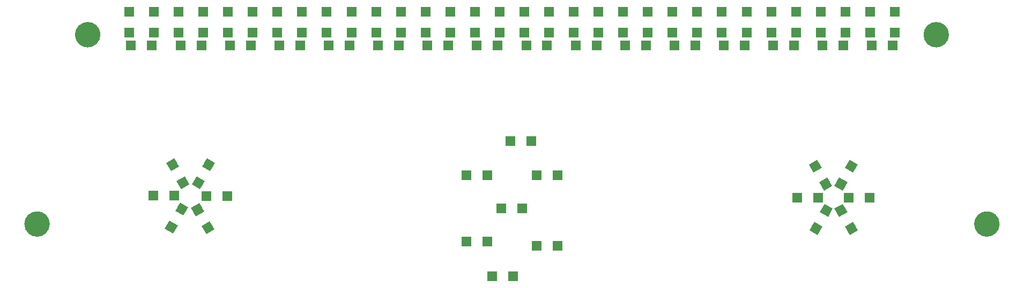
<source format=gtp>
G04 #@! TF.GenerationSoftware,KiCad,Pcbnew,(5.0.2)-1*
G04 #@! TF.CreationDate,2019-03-20T17:04:55-04:00*
G04 #@! TF.ProjectId,FSAE Main Panel,46534145-204d-4616-996e-2050616e656c,rev?*
G04 #@! TF.SameCoordinates,Original*
G04 #@! TF.FileFunction,Paste,Top*
G04 #@! TF.FilePolarity,Positive*
%FSLAX46Y46*%
G04 Gerber Fmt 4.6, Leading zero omitted, Abs format (unit mm)*
G04 Created by KiCad (PCBNEW (5.0.2)-1) date 3/20/2019 5:04:55 PM*
%MOMM*%
%LPD*%
G01*
G04 APERTURE LIST*
%ADD10C,2.000000*%
%ADD11R,1.500000X1.500000*%
%ADD12C,1.500000*%
%ADD13C,0.100000*%
G04 APERTURE END LIST*
D10*
X238500000Y-68000000D02*
G75*
G03X238500000Y-68000000I-1000000J0D01*
G01*
X230500000Y-38000000D02*
G75*
G03X230500000Y-38000000I-1000000J0D01*
G01*
X96500000Y-38000000D02*
G75*
G03X96500000Y-38000000I-1000000J0D01*
G01*
X88500000Y-68000000D02*
G75*
G03X88500000Y-68000000I-1000000J0D01*
G01*
D11*
G04 #@! TO.C,D524*
X187850000Y-34350000D03*
X187850000Y-37650000D03*
G04 #@! TD*
D12*
G04 #@! TO.C,D558*
X212144001Y-65830969D03*
D13*
G36*
X211869482Y-64806450D02*
X213168520Y-65556450D01*
X212418520Y-66855488D01*
X211119482Y-66105488D01*
X211869482Y-64806450D01*
X211869482Y-64806450D01*
G37*
D12*
X210494001Y-68688853D03*
D13*
G36*
X210219482Y-67664334D02*
X211518520Y-68414334D01*
X210768520Y-69713372D01*
X209469482Y-68963372D01*
X210219482Y-67664334D01*
X210219482Y-67664334D01*
G37*
G04 #@! TD*
D11*
G04 #@! TO.C,D502*
X102050000Y-34350000D03*
X102050000Y-37650000D03*
G04 #@! TD*
G04 #@! TO.C,D503*
X105950000Y-34350000D03*
X105950000Y-37650000D03*
G04 #@! TD*
G04 #@! TO.C,D504*
X109850000Y-37650000D03*
X109850000Y-34350000D03*
G04 #@! TD*
G04 #@! TO.C,D505*
X113750000Y-34350000D03*
X113750000Y-37650000D03*
G04 #@! TD*
G04 #@! TO.C,D506*
X117650000Y-37650000D03*
X117650000Y-34350000D03*
G04 #@! TD*
G04 #@! TO.C,D507*
X121550000Y-34350000D03*
X121550000Y-37650000D03*
G04 #@! TD*
G04 #@! TO.C,D508*
X125450000Y-37650000D03*
X125450000Y-34350000D03*
G04 #@! TD*
G04 #@! TO.C,D509*
X129350000Y-34350000D03*
X129350000Y-37650000D03*
G04 #@! TD*
G04 #@! TO.C,D510*
X133250000Y-37650000D03*
X133250000Y-34350000D03*
G04 #@! TD*
G04 #@! TO.C,D511*
X137150000Y-34350000D03*
X137150000Y-37650000D03*
G04 #@! TD*
G04 #@! TO.C,D512*
X141050000Y-37650000D03*
X141050000Y-34350000D03*
G04 #@! TD*
G04 #@! TO.C,D513*
X144950000Y-34350000D03*
X144950000Y-37650000D03*
G04 #@! TD*
G04 #@! TO.C,D514*
X148850000Y-34350000D03*
X148850000Y-37650000D03*
G04 #@! TD*
G04 #@! TO.C,D515*
X152750000Y-37650000D03*
X152750000Y-34350000D03*
G04 #@! TD*
G04 #@! TO.C,D516*
X156650000Y-34350000D03*
X156650000Y-37650000D03*
G04 #@! TD*
G04 #@! TO.C,D517*
X160550000Y-37650000D03*
X160550000Y-34350000D03*
G04 #@! TD*
G04 #@! TO.C,D518*
X164450000Y-37650000D03*
X164450000Y-34350000D03*
G04 #@! TD*
G04 #@! TO.C,D519*
X168350000Y-37650000D03*
X168350000Y-34350000D03*
G04 #@! TD*
G04 #@! TO.C,D520*
X172250000Y-37650000D03*
X172250000Y-34350000D03*
G04 #@! TD*
G04 #@! TO.C,D521*
X176150000Y-37650000D03*
X176150000Y-34350000D03*
G04 #@! TD*
G04 #@! TO.C,D522*
X180050000Y-34350000D03*
X180050000Y-37650000D03*
G04 #@! TD*
G04 #@! TO.C,D523*
X183950000Y-37650000D03*
X183950000Y-34350000D03*
G04 #@! TD*
G04 #@! TO.C,D525*
X191750000Y-37650000D03*
X191750000Y-34350000D03*
G04 #@! TD*
G04 #@! TO.C,D526*
X195650000Y-34350000D03*
X195650000Y-37650000D03*
G04 #@! TD*
G04 #@! TO.C,D527*
X199550000Y-37650000D03*
X199550000Y-34350000D03*
G04 #@! TD*
G04 #@! TO.C,D528*
X203450000Y-34350000D03*
X203450000Y-37650000D03*
G04 #@! TD*
G04 #@! TO.C,D529*
X207350000Y-37650000D03*
X207350000Y-34350000D03*
G04 #@! TD*
G04 #@! TO.C,D530*
X211250000Y-34350000D03*
X211250000Y-37650000D03*
G04 #@! TD*
G04 #@! TO.C,D531*
X215150000Y-37650000D03*
X215150000Y-34350000D03*
G04 #@! TD*
G04 #@! TO.C,D532*
X219050000Y-34350000D03*
X219050000Y-37650000D03*
G04 #@! TD*
G04 #@! TO.C,D533*
X222950000Y-34350000D03*
X222950000Y-37650000D03*
G04 #@! TD*
G04 #@! TO.C,D534*
X102350000Y-39700000D03*
X105650000Y-39700000D03*
G04 #@! TD*
G04 #@! TO.C,D535*
X113450000Y-39700000D03*
X110150000Y-39700000D03*
G04 #@! TD*
G04 #@! TO.C,D536*
X117950000Y-39700000D03*
X121250000Y-39700000D03*
G04 #@! TD*
G04 #@! TO.C,D537*
X125750000Y-39700000D03*
X129050000Y-39700000D03*
G04 #@! TD*
G04 #@! TO.C,D538*
X133550000Y-39700000D03*
X136850000Y-39700000D03*
G04 #@! TD*
G04 #@! TO.C,D539*
X141350000Y-39700000D03*
X144650000Y-39700000D03*
G04 #@! TD*
G04 #@! TO.C,D540*
X149150000Y-39700000D03*
X152450000Y-39700000D03*
G04 #@! TD*
G04 #@! TO.C,D541*
X156950000Y-39700000D03*
X160250000Y-39700000D03*
G04 #@! TD*
G04 #@! TO.C,D542*
X164750000Y-39700000D03*
X168050000Y-39700000D03*
G04 #@! TD*
G04 #@! TO.C,D543*
X172550000Y-39700000D03*
X175850000Y-39700000D03*
G04 #@! TD*
G04 #@! TO.C,D544*
X183650000Y-39700000D03*
X180350000Y-39700000D03*
G04 #@! TD*
G04 #@! TO.C,D545*
X188150000Y-39700000D03*
X191450000Y-39700000D03*
G04 #@! TD*
G04 #@! TO.C,D546*
X199250000Y-39700000D03*
X195950000Y-39700000D03*
G04 #@! TD*
G04 #@! TO.C,D547*
X207050000Y-39700000D03*
X203750000Y-39700000D03*
G04 #@! TD*
G04 #@! TO.C,D548*
X214850000Y-39700000D03*
X211550000Y-39700000D03*
G04 #@! TD*
G04 #@! TO.C,D549*
X222650000Y-39700000D03*
X219350000Y-39700000D03*
G04 #@! TD*
D12*
G04 #@! TO.C,D550*
X110544000Y-61469031D03*
D13*
G36*
X111568519Y-61743550D02*
X110269481Y-62493550D01*
X109519481Y-61194512D01*
X110818519Y-60444512D01*
X111568519Y-61743550D01*
X111568519Y-61743550D01*
G37*
D12*
X108894000Y-58611147D03*
D13*
G36*
X109918519Y-58885666D02*
X108619481Y-59635666D01*
X107869481Y-58336628D01*
X109168519Y-57586628D01*
X109918519Y-58885666D01*
X109918519Y-58885666D01*
G37*
G04 #@! TD*
D11*
G04 #@! TO.C,D551*
X105888000Y-63500000D03*
X109188000Y-63500000D03*
G04 #@! TD*
D12*
G04 #@! TO.C,D552*
X110344001Y-65630969D03*
D13*
G36*
X110069482Y-64606450D02*
X111368520Y-65356450D01*
X110618520Y-66655488D01*
X109319482Y-65905488D01*
X110069482Y-64606450D01*
X110069482Y-64606450D01*
G37*
D12*
X108694001Y-68488853D03*
D13*
G36*
X108419482Y-67464334D02*
X109718520Y-68214334D01*
X108968520Y-69513372D01*
X107669482Y-68763372D01*
X108419482Y-67464334D01*
X108419482Y-67464334D01*
G37*
G04 #@! TD*
D12*
G04 #@! TO.C,D553*
X114506000Y-68588853D03*
D13*
G36*
X113481481Y-68314334D02*
X114780519Y-67564334D01*
X115530519Y-68863372D01*
X114231481Y-69613372D01*
X113481481Y-68314334D01*
X113481481Y-68314334D01*
G37*
D12*
X112856000Y-65730969D03*
D13*
G36*
X111831481Y-65456450D02*
X113130519Y-64706450D01*
X113880519Y-66005488D01*
X112581481Y-66755488D01*
X111831481Y-65456450D01*
X111831481Y-65456450D01*
G37*
G04 #@! TD*
D11*
G04 #@! TO.C,D554*
X114212000Y-63600000D03*
X117512000Y-63600000D03*
G04 #@! TD*
D12*
G04 #@! TO.C,D555*
X114606000Y-58611147D03*
D13*
G36*
X114880519Y-59635666D02*
X113581481Y-58885666D01*
X114331481Y-57586628D01*
X115630519Y-58336628D01*
X114880519Y-59635666D01*
X114880519Y-59635666D01*
G37*
D12*
X112956000Y-61469031D03*
D13*
G36*
X113230519Y-62493550D02*
X111931481Y-61743550D01*
X112681481Y-60444512D01*
X113980519Y-61194512D01*
X113230519Y-62493550D01*
X113230519Y-62493550D01*
G37*
G04 #@! TD*
D12*
G04 #@! TO.C,D556*
X212044000Y-61669031D03*
D13*
G36*
X213068519Y-61943550D02*
X211769481Y-62693550D01*
X211019481Y-61394512D01*
X212318519Y-60644512D01*
X213068519Y-61943550D01*
X213068519Y-61943550D01*
G37*
D12*
X210394000Y-58811147D03*
D13*
G36*
X211418519Y-59085666D02*
X210119481Y-59835666D01*
X209369481Y-58536628D01*
X210668519Y-57786628D01*
X211418519Y-59085666D01*
X211418519Y-59085666D01*
G37*
G04 #@! TD*
D11*
G04 #@! TO.C,D557*
X207588000Y-63800000D03*
X210888000Y-63800000D03*
G04 #@! TD*
D12*
G04 #@! TO.C,D559*
X216106000Y-68688853D03*
D13*
G36*
X215081481Y-68414334D02*
X216380519Y-67664334D01*
X217130519Y-68963372D01*
X215831481Y-69713372D01*
X215081481Y-68414334D01*
X215081481Y-68414334D01*
G37*
D12*
X214456000Y-65830969D03*
D13*
G36*
X213431481Y-65556450D02*
X214730519Y-64806450D01*
X215480519Y-66105488D01*
X214181481Y-66855488D01*
X213431481Y-65556450D01*
X213431481Y-65556450D01*
G37*
G04 #@! TD*
D11*
G04 #@! TO.C,D560*
X215712000Y-63800000D03*
X219012000Y-63800000D03*
G04 #@! TD*
D12*
G04 #@! TO.C,D561*
X216106000Y-58811147D03*
D13*
G36*
X216380519Y-59835666D02*
X215081481Y-59085666D01*
X215831481Y-57786628D01*
X217130519Y-58536628D01*
X216380519Y-59835666D01*
X216380519Y-59835666D01*
G37*
D12*
X214456000Y-61669031D03*
D13*
G36*
X214730519Y-62693550D02*
X213431481Y-61943550D01*
X214181481Y-60644512D01*
X215480519Y-61394512D01*
X214730519Y-62693550D01*
X214730519Y-62693550D01*
G37*
G04 #@! TD*
D11*
G04 #@! TO.C,D562*
X165550000Y-54890000D03*
X162250000Y-54890000D03*
G04 #@! TD*
G04 #@! TO.C,D563*
X166400000Y-60250000D03*
X169700000Y-60250000D03*
G04 #@! TD*
G04 #@! TO.C,D564*
X169700000Y-71490000D03*
X166400000Y-71490000D03*
G04 #@! TD*
G04 #@! TO.C,D565*
X162650000Y-76300000D03*
X159350000Y-76300000D03*
G04 #@! TD*
G04 #@! TO.C,D566*
X155300000Y-70740000D03*
X158600000Y-70740000D03*
G04 #@! TD*
G04 #@! TO.C,D567*
X158600000Y-60240000D03*
X155300000Y-60240000D03*
G04 #@! TD*
G04 #@! TO.C,D568*
X164150000Y-65500000D03*
X160850000Y-65500000D03*
G04 #@! TD*
M02*

</source>
